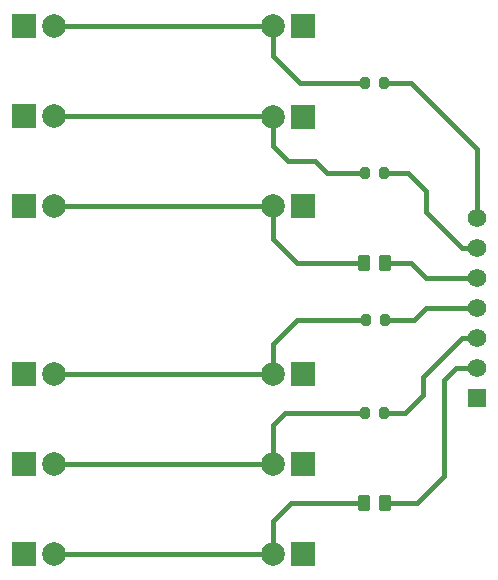
<source format=gtl>
%TF.GenerationSoftware,KiCad,Pcbnew,8.0.2*%
%TF.CreationDate,2024-05-24T11:04:59-04:00*%
%TF.ProjectId,Traffic_Light_PCBv02,54726166-6669-4635-9f4c-696768745f50,v02*%
%TF.SameCoordinates,Original*%
%TF.FileFunction,Copper,L1,Top*%
%TF.FilePolarity,Positive*%
%FSLAX46Y46*%
G04 Gerber Fmt 4.6, Leading zero omitted, Abs format (unit mm)*
G04 Created by KiCad (PCBNEW 8.0.2) date 2024-05-24 11:04:59*
%MOMM*%
%LPD*%
G01*
G04 APERTURE LIST*
G04 Aperture macros list*
%AMRoundRect*
0 Rectangle with rounded corners*
0 $1 Rounding radius*
0 $2 $3 $4 $5 $6 $7 $8 $9 X,Y pos of 4 corners*
0 Add a 4 corners polygon primitive as box body*
4,1,4,$2,$3,$4,$5,$6,$7,$8,$9,$2,$3,0*
0 Add four circle primitives for the rounded corners*
1,1,$1+$1,$2,$3*
1,1,$1+$1,$4,$5*
1,1,$1+$1,$6,$7*
1,1,$1+$1,$8,$9*
0 Add four rect primitives between the rounded corners*
20,1,$1+$1,$2,$3,$4,$5,0*
20,1,$1+$1,$4,$5,$6,$7,0*
20,1,$1+$1,$6,$7,$8,$9,0*
20,1,$1+$1,$8,$9,$2,$3,0*%
G04 Aperture macros list end*
%TA.AperFunction,ComponentPad*%
%ADD10R,2.000000X2.000000*%
%TD*%
%TA.AperFunction,ComponentPad*%
%ADD11C,2.000000*%
%TD*%
%TA.AperFunction,SMDPad,CuDef*%
%ADD12RoundRect,0.200000X0.200000X0.275000X-0.200000X0.275000X-0.200000X-0.275000X0.200000X-0.275000X0*%
%TD*%
%TA.AperFunction,SMDPad,CuDef*%
%ADD13RoundRect,0.250000X0.262500X0.450000X-0.262500X0.450000X-0.262500X-0.450000X0.262500X-0.450000X0*%
%TD*%
%TA.AperFunction,ComponentPad*%
%ADD14R,1.574800X1.574800*%
%TD*%
%TA.AperFunction,ComponentPad*%
%ADD15C,1.574800*%
%TD*%
%TA.AperFunction,Conductor*%
%ADD16C,0.406400*%
%TD*%
%TA.AperFunction,Conductor*%
%ADD17C,0.152400*%
%TD*%
G04 APERTURE END LIST*
D10*
%TO.P,D3,1,K*%
%TO.N,GND*%
X119888000Y-83312000D03*
D11*
%TO.P,D3,2,A*%
%TO.N,Net-(D3-A)*%
X122428000Y-83312000D03*
%TD*%
D12*
%TO.P,R2,1*%
%TO.N,/NS_YELLOW*%
X150431000Y-80518000D03*
%TO.P,R2,2*%
%TO.N,Net-(D2-A)*%
X148781000Y-80518000D03*
%TD*%
D10*
%TO.P,D5,1,K*%
%TO.N,GND*%
X143510000Y-75722000D03*
D11*
%TO.P,D5,2,A*%
%TO.N,Net-(D2-A)*%
X140970000Y-75722000D03*
%TD*%
D10*
%TO.P,D6,1,K*%
%TO.N,GND*%
X143510000Y-83312000D03*
D11*
%TO.P,D6,2,A*%
%TO.N,Net-(D3-A)*%
X140970000Y-83312000D03*
%TD*%
D10*
%TO.P,D10,1,K*%
%TO.N,GND*%
X143510000Y-97536000D03*
D11*
%TO.P,D10,2,A*%
%TO.N,Net-(D10-A)*%
X140970000Y-97536000D03*
%TD*%
D10*
%TO.P,D4,1,K*%
%TO.N,GND*%
X143510000Y-68072000D03*
D11*
%TO.P,D4,2,A*%
%TO.N,Net-(D1-A)*%
X140970000Y-68072000D03*
%TD*%
D13*
%TO.P,R3,1*%
%TO.N,/NS_GREEN*%
X150518500Y-88138000D03*
%TO.P,R3,2*%
%TO.N,Net-(D3-A)*%
X148693500Y-88138000D03*
%TD*%
%TO.P,R6,1*%
%TO.N,/EW_GREEN*%
X150518500Y-108458000D03*
%TO.P,R6,2*%
%TO.N,Net-(D12-A)*%
X148693500Y-108458000D03*
%TD*%
D10*
%TO.P,D2,1,K*%
%TO.N,GND*%
X119888000Y-75692000D03*
D11*
%TO.P,D2,2,A*%
%TO.N,Net-(D2-A)*%
X122428000Y-75692000D03*
%TD*%
D12*
%TO.P,R4,1*%
%TO.N,/EW_RED*%
X150494000Y-92964000D03*
%TO.P,R4,2*%
%TO.N,Net-(D10-A)*%
X148844000Y-92964000D03*
%TD*%
D10*
%TO.P,D9,1,K*%
%TO.N,GND*%
X119888000Y-112776000D03*
D11*
%TO.P,D9,2,A*%
%TO.N,Net-(D12-A)*%
X122428000Y-112776000D03*
%TD*%
D10*
%TO.P,D12,1,K*%
%TO.N,GND*%
X143510000Y-112776000D03*
D11*
%TO.P,D12,2,A*%
%TO.N,Net-(D12-A)*%
X140970000Y-112776000D03*
%TD*%
D10*
%TO.P,D11,1,K*%
%TO.N,GND*%
X143510000Y-105156000D03*
D11*
%TO.P,D11,2,A*%
%TO.N,Net-(D11-A)*%
X140970000Y-105156000D03*
%TD*%
D10*
%TO.P,D1,1,K*%
%TO.N,GND*%
X119888000Y-68012000D03*
D11*
%TO.P,D1,2,A*%
%TO.N,Net-(D1-A)*%
X122428000Y-68012000D03*
%TD*%
D12*
%TO.P,R1,1*%
%TO.N,/NS_RED*%
X150431000Y-72898000D03*
%TO.P,R1,2*%
%TO.N,Net-(D1-A)*%
X148781000Y-72898000D03*
%TD*%
D10*
%TO.P,D7,1,K*%
%TO.N,GND*%
X119888000Y-97536000D03*
D11*
%TO.P,D7,2,A*%
%TO.N,Net-(D10-A)*%
X122428000Y-97536000D03*
%TD*%
D10*
%TO.P,D8,1,K*%
%TO.N,GND*%
X119888000Y-105156000D03*
D11*
%TO.P,D8,2,A*%
%TO.N,Net-(D11-A)*%
X122428000Y-105156000D03*
%TD*%
D14*
%TO.P,J1,1*%
%TO.N,GND*%
X158242000Y-99568000D03*
D15*
%TO.P,J1,2*%
%TO.N,/EW_GREEN*%
X158242000Y-97028000D03*
%TO.P,J1,3*%
%TO.N,/EW_YELLOW*%
X158242000Y-94488000D03*
%TO.P,J1,4*%
%TO.N,/EW_RED*%
X158242000Y-91948000D03*
%TO.P,J1,5*%
%TO.N,/NS_GREEN*%
X158242000Y-89408000D03*
%TO.P,J1,6*%
%TO.N,/NS_YELLOW*%
X158242000Y-86868000D03*
%TO.P,J1,7*%
%TO.N,/NS_RED*%
X158242000Y-84328000D03*
%TD*%
D12*
%TO.P,R5,1*%
%TO.N,/EW_YELLOW*%
X150431000Y-100838000D03*
%TO.P,R5,2*%
%TO.N,Net-(D11-A)*%
X148781000Y-100838000D03*
%TD*%
D16*
%TO.N,Net-(D1-A)*%
X148781000Y-72898000D02*
X143256000Y-72898000D01*
X140970000Y-70612000D02*
X140970000Y-68072000D01*
X122428000Y-68012000D02*
X140910000Y-68012000D01*
D17*
X140910000Y-68012000D02*
X140970000Y-68072000D01*
D16*
X143256000Y-72898000D02*
X140970000Y-70612000D01*
%TO.N,Net-(D2-A)*%
X140970000Y-75722000D02*
X140970000Y-78232000D01*
X140970000Y-78232000D02*
X142240000Y-79502000D01*
X122428000Y-75692000D02*
X140940000Y-75692000D01*
X145542000Y-80518000D02*
X148781000Y-80518000D01*
D17*
X140940000Y-75692000D02*
X140970000Y-75722000D01*
D16*
X144526000Y-79502000D02*
X145542000Y-80518000D01*
X142240000Y-79502000D02*
X144526000Y-79502000D01*
%TO.N,Net-(D3-A)*%
X122428000Y-83312000D02*
X140970000Y-83312000D01*
X140970000Y-86106000D02*
X143002000Y-88138000D01*
X140970000Y-83312000D02*
X140970000Y-86106000D01*
X143002000Y-88138000D02*
X148143500Y-88138000D01*
%TO.N,Net-(D10-A)*%
X148844000Y-92964000D02*
X143002000Y-92964000D01*
X143002000Y-92964000D02*
X140970000Y-94996000D01*
X122428000Y-97536000D02*
X140970000Y-97536000D01*
X140970000Y-94996000D02*
X140970000Y-97536000D01*
%TO.N,Net-(D11-A)*%
X148781000Y-100838000D02*
X141986000Y-100838000D01*
X141986000Y-100838000D02*
X140970000Y-101854000D01*
X122428000Y-105156000D02*
X140970000Y-105156000D01*
X140970000Y-101854000D02*
X140970000Y-105156000D01*
%TO.N,Net-(D12-A)*%
X122428000Y-112776000D02*
X140970000Y-112776000D01*
X142494000Y-108458000D02*
X140970000Y-109982000D01*
X148143500Y-108458000D02*
X142494000Y-108458000D01*
X140970000Y-109982000D02*
X140970000Y-112776000D01*
%TO.N,/EW_GREEN*%
X155448000Y-106172000D02*
X155448000Y-98044000D01*
X153162000Y-108458000D02*
X155448000Y-106172000D01*
X151068500Y-108458000D02*
X153162000Y-108458000D01*
X155448000Y-98044000D02*
X156464000Y-97028000D01*
X156464000Y-97028000D02*
X158242000Y-97028000D01*
%TO.N,/EW_RED*%
X152908000Y-92964000D02*
X150494000Y-92964000D01*
X153924000Y-91948000D02*
X152908000Y-92964000D01*
X158242000Y-91948000D02*
X153924000Y-91948000D01*
%TO.N,/NS_GREEN*%
X153924000Y-89408000D02*
X152654000Y-88138000D01*
X152654000Y-88138000D02*
X151068500Y-88138000D01*
X158242000Y-89408000D02*
X153924000Y-89408000D01*
%TO.N,/NS_RED*%
X158242000Y-78486000D02*
X152654000Y-72898000D01*
X152654000Y-72898000D02*
X150431000Y-72898000D01*
X158242000Y-84328000D02*
X158242000Y-78486000D01*
%TO.N,/EW_YELLOW*%
X152146000Y-100838000D02*
X150431000Y-100838000D01*
X156972000Y-94488000D02*
X153670000Y-97790000D01*
X153670000Y-97790000D02*
X153670000Y-99314000D01*
X158242000Y-94488000D02*
X156972000Y-94488000D01*
X153670000Y-99314000D02*
X152146000Y-100838000D01*
%TO.N,/NS_YELLOW*%
X158242000Y-86868000D02*
X156972000Y-86868000D01*
X153924000Y-83820000D02*
X153924000Y-82042000D01*
X156972000Y-86868000D02*
X153924000Y-83820000D01*
X152400000Y-80518000D02*
X150431000Y-80518000D01*
X153924000Y-82042000D02*
X152400000Y-80518000D01*
%TD*%
M02*

</source>
